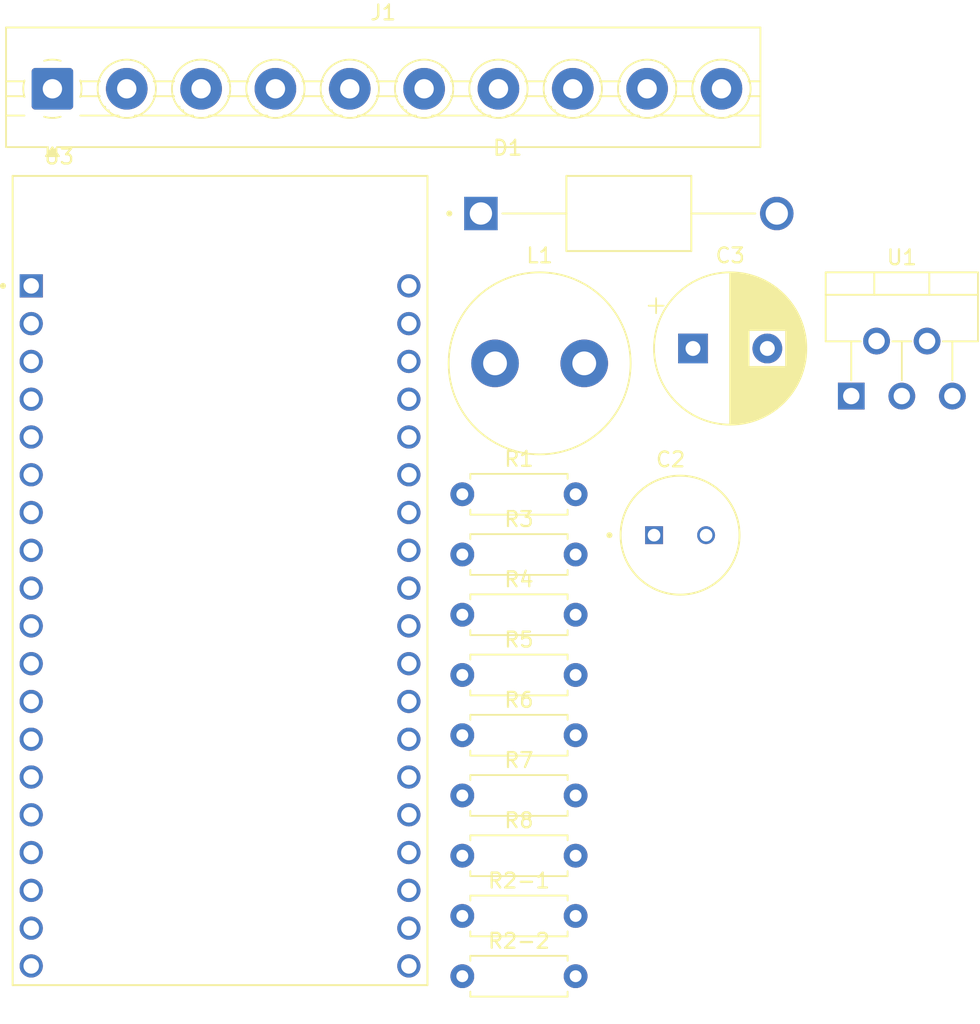
<source format=kicad_pcb>
(kicad_pcb (version 20240108) (generator "pcbnew") (generator_version "8.0")
  (layers (0 "F.Cu" signal) (31 "B.Cu" signal) (34 "B.Paste" user) (35 "F.Paste" user) (36 "B.SilkS" user "B.Silkscreen") (37 "F.SilkS" user "F.Silkscreen") (38 "B.Mask" user) (39 "F.Mask" user) (44 "Edge.Cuts" user))
  (net 0 "")
  (net 1 "+6V")
  (net 2 "GNDREF")
  (net 3 "Net-(D1-K)")
  (net 4 "Net-(J1-Pin_10)")
  (net 5 "Net-(J1-Pin_9)")
  (net 6 "Net-(J1-Pin_8)")
  (net 7 "Net-(U3-IO33)")
  (net 8 "Net-(U1-~{ON}{slash}OFF)")
  (net 9 "Net-(U1-FB)")
  (net 10 "Net-(R2-1-Pad2)")
  (net 11 "Net-(U3-IO35)")
  (net 12 "Net-(U3-IO34)")
  (net 21 "Net-(U3-IO25)")
  (net 28 "Net-(U3-IO32)")
  (net 44 "Net-(J1-Pin_3)")
  (footprint "Resistor_THT:R_Axial_DIN0207_L6.3mm_D2.5mm_P7.62mm_Horizontal" (layer "F.Cu") (at 67.88 62.65)
    (property "Reference" "R3" (at 3.81 -2.37 0) (layer "F.SilkS"))
    (property "Value" "160k")
    (fp_line (start 0.54 -1.37) (end 7.08 -1.37) (stroke (width 0.12)) (layer "F.SilkS"))
    (fp_line (start 0.54 -1.04) (end 0.54 -1.37) (stroke (width 0.12)) (layer "F.SilkS"))
    (fp_line (start 0.54 1.04) (end 0.54 1.37) (stroke (width 0.12)) (layer "F.SilkS"))
    (fp_line (start 0.54 1.37) (end 7.08 1.37) (stroke (width 0.12)) (layer "F.SilkS"))
    (fp_line (start 7.08 -1.37) (end 7.08 -1.04) (stroke (width 0.12)) (layer "F.SilkS"))
    (fp_line (start 7.08 1.37) (end 7.08 1.04) (stroke (width 0.12)) (layer "F.SilkS"))
    (pad "1" thru_hole circle (at 0 0) (size 1.6 1.6) (drill 0.8) (layers "*.Cu" "*.Mask") (net 1 "+6V"))
    (pad "2" thru_hole oval (at 7.62 0) (size 1.6 1.6) (drill 0.8) (layers "*.Cu" "*.Mask") (net 11 "Net-(U3-IO35)"))
  )
  (footprint "SchottkyDIodeFor491:DIOAD1990W125L840D530" (layer "F.Cu") (at 79.08 39.725)
    (property "Reference" "D1" (at -8.15 -4.41 0) (layer "F.SilkS"))
    (property "Value" "D_Schottky")
    (fp_line (start -4.2 -2.525) (end -4.2 0) (stroke (width 0.127)) (layer "F.SilkS"))
    (fp_line (start -4.2 0) (end -8.505 0) (stroke (width 0.127)) (layer "F.SilkS"))
    (fp_line (start -4.2 0) (end -4.2 2.525) (stroke (width 0.127)) (layer "F.SilkS"))
    (fp_line (start -4.2 2.525) (end 4.2 2.525) (stroke (width 0.127)) (layer "F.SilkS"))
    (fp_line (start 4.2 -2.525) (end -4.2 -2.525) (stroke (width 0.127)) (layer "F.SilkS"))
    (fp_line (start 4.2 0) (end 4.2 -2.525) (stroke (width 0.127)) (layer "F.SilkS"))
    (fp_line (start 4.2 0) (end 8.505 0) (stroke (width 0.127)) (layer "F.SilkS"))
    (fp_line (start 4.2 2.525) (end 4.2 0) (stroke (width 0.127)) (layer "F.SilkS"))
    (fp_circle (center -12.075 0) (end -11.975 0) (stroke (width 0.2)) (fill none) (layer "F.SilkS"))
    (pad "1" thru_hole rect (at -9.95 0) (size 2.25 2.25) (drill 1.5) (layers "*.Cu" "*.Mask") (net 3 "Net-(D1-K)"))
    (pad "2" thru_hole circle (at 9.95 0) (size 2.25 2.25) (drill 1.5) (layers "*.Cu" "*.Mask") (net 2 "GNDREF"))
  )
  (footprint "Resistor_THT:R_Axial_DIN0207_L6.3mm_D2.5mm_P7.62mm_Horizontal" (layer "F.Cu") (at 67.88 58.6)
    (property "Reference" "R1" (at 3.81 -2.37 0) (layer "F.SilkS"))
    (property "Value" "82k")
    (fp_line (start 0.54 -1.37) (end 7.08 -1.37) (stroke (width 0.12)) (layer "F.SilkS"))
    (fp_line (start 0.54 -1.04) (end 0.54 -1.37) (stroke (width 0.12)) (layer "F.SilkS"))
    (fp_line (start 0.54 1.04) (end 0.54 1.37) (stroke (width 0.12)) (layer "F.SilkS"))
    (fp_line (start 0.54 1.37) (end 7.08 1.37) (stroke (width 0.12)) (layer "F.SilkS"))
    (fp_line (start 7.08 -1.37) (end 7.08 -1.04) (stroke (width 0.12)) (layer "F.SilkS"))
    (fp_line (start 7.08 1.37) (end 7.08 1.04) (stroke (width 0.12)) (layer "F.SilkS"))
    (pad "1" thru_hole circle (at 0 0) (size 1.6 1.6) (drill 0.8) (layers "*.Cu" "*.Mask") (net 2 "GNDREF"))
    (pad "2" thru_hole oval (at 7.62 0) (size 1.6 1.6) (drill 0.8) (layers "*.Cu" "*.Mask") (net 9 "Net-(U1-FB)"))
  )
  (footprint "Resistor_THT:R_Axial_DIN0207_L6.3mm_D2.5mm_P7.62mm_Horizontal" (layer "F.Cu") (at 67.88 78.85)
    (property "Reference" "R7" (at 3.81 -2.37 0) (layer "F.SilkS"))
    (property "Value" "330")
    (fp_line (start 0.54 -1.37) (end 7.08 -1.37) (stroke (width 0.12)) (layer "F.SilkS"))
    (fp_line (start 0.54 -1.04) (end 0.54 -1.37) (stroke (width 0.12)) (layer "F.SilkS"))
    (fp_line (start 0.54 1.04) (end 0.54 1.37) (stroke (width 0.12)) (layer "F.SilkS"))
    (fp_line (start 0.54 1.37) (end 7.08 1.37) (stroke (width 0.12)) (layer "F.SilkS"))
    (fp_line (start 7.08 -1.37) (end 7.08 -1.04) (stroke (width 0.12)) (layer "F.SilkS"))
    (fp_line (start 7.08 1.37) (end 7.08 1.04) (stroke (width 0.12)) (layer "F.SilkS"))
    (pad "1" thru_hole circle (at 0 0) (size 1.6 1.6) (drill 0.8) (layers "*.Cu" "*.Mask") (net 4 "Net-(J1-Pin_10)"))
    (pad "2" thru_hole oval (at 7.62 0) (size 1.6 1.6) (drill 0.8) (layers "*.Cu" "*.Mask") (net 28 "Net-(U3-IO32)"))
  )
  (footprint "Resistor_THT:R_Axial_DIN0207_L6.3mm_D2.5mm_P7.62mm_Horizontal" (layer "F.Cu") (at 67.88 82.9)
    (property "Reference" "R8" (at 3.81 -2.37 0) (layer "F.SilkS"))
    (property "Value" "330")
    (fp_line (start 0.54 -1.37) (end 7.08 -1.37) (stroke (width 0.12)) (layer "F.SilkS"))
    (fp_line (start 0.54 -1.04) (end 0.54 -1.37) (stroke (width 0.12)) (layer "F.SilkS"))
    (fp_line (start 0.54 1.04) (end 0.54 1.37) (stroke (width 0.12)) (layer "F.SilkS"))
    (fp_line (start 0.54 1.37) (end 7.08 1.37) (stroke (width 0.12)) (layer "F.SilkS"))
    (fp_line (start 7.08 -1.37) (end 7.08 -1.04) (stroke (width 0.12)) (layer "F.SilkS"))
    (fp_line (start 7.08 1.37) (end 7.08 1.04) (stroke (width 0.12)) (layer "F.SilkS"))
    (pad "1" thru_hole circle (at 0 0) (size 1.6 1.6) (drill 0.8) (layers "*.Cu" "*.Mask") (net 6 "Net-(J1-Pin_8)"))
    (pad "2" thru_hole oval (at 7.62 0) (size 1.6 1.6) (drill 0.8) (layers "*.Cu" "*.Mask") (net 21 "Net-(U3-IO25)"))
  )
  (footprint "Inductor_THT:L_Radial_D12.0mm_P6.00mm_Murata_1900R" (layer "F.Cu") (at 70.08 49.8)
    (property "Reference" "L1" (at 3 -7.25 0) (layer "F.SilkS"))
    (property "Value" "68mh")
    (fp_circle (center 3 0) (end 9.12 0) (stroke (width 0.12)) (fill none) (layer "F.SilkS"))
    (pad "1" thru_hole circle (at 0 0) (size 3.2 3.2) (drill 1.6) (layers "*.Cu" "*.Mask") (net 44 "Net-(J1-Pin_3)"))
    (pad "2" thru_hole circle (at 6 0) (size 3.2 3.2) (drill 1.6) (layers "*.Cu" "*.Mask") (net 3 "Net-(D1-K)"))
  )
  (footprint "Capacitor_THT:CP_Radial_D10.0mm_P5.00mm" (layer "F.Cu") (at 83.394646 48.8)
    (property "Reference" "C3" (at 2.5 -6.25 0) (layer "F.SilkS"))
    (property "Value" "470 uF")
    (fp_line (start -2.979646 -2.875) (end -1.979646 -2.875) (stroke (width 0.12)) (layer "F.SilkS"))
    (fp_line (start -2.479646 -3.375) (end -2.479646 -2.375) (stroke (width 0.12)) (layer "F.SilkS"))
    (fp_line (start 2.5 -5.08) (end 2.5 5.08) (stroke (width 0.12)) (layer "F.SilkS"))
    (fp_line (start 2.54 -5.08) (end 2.54 5.08) (stroke (width 0.12)) (layer "F.SilkS"))
    (fp_line (start 2.58 -5.08) (end 2.58 5.08) (stroke (width 0.12)) (layer "F.SilkS"))
    (fp_line (start 2.62 -5.079) (end 2.62 5.079) (stroke (width 0.12)) (layer "F.SilkS"))
    (fp_line (start 2.66 -5.078) (end 2.66 5.078) (stroke (width 0.12)) (layer "F.SilkS"))
    (fp_line (start 2.7 -5.077) (end 2.7 5.077) (stroke (width 0.12)) (layer "F.SilkS"))
    (fp_line (start 2.74 -5.075) (end 2.74 5.075) (stroke (width 0.12)) (layer "F.SilkS"))
    (fp_line (start 2.78 -5.073) (end 2.78 5.073) (stroke (width 0.12)) (layer "F.SilkS"))
    (fp_line (start 2.82 -5.07) (end 2.82 5.07) (stroke (width 0.12)) (layer "F.SilkS"))
    (fp_line (start 2.86 -5.068) (end 2.86 5.068) (stroke (width 0.12)) (layer "F.SilkS"))
    (fp_line (start 2.9 -5.065) (end 2.9 5.065) (stroke (width 0.12)) (layer "F.SilkS"))
    (fp_line (start 2.94 -5.062) (end 2.94 5.062) (stroke (width 0.12)) (layer "F.SilkS"))
    (fp_line (start 2.98 -5.058) (end 2.98 5.058) (stroke (width 0.12)) (layer "F.SilkS"))
    (fp_line (start 3.02 -5.054) (end 3.02 5.054) (stroke (width 0.12)) (layer "F.SilkS"))
    (fp_line (start 3.06 -5.05) (end 3.06 5.05) (stroke (width 0.12)) (layer "F.SilkS"))
    (fp_line (start 3.1 -5.045) (end 3.1 5.045) (stroke (width 0.12)) (layer "F.SilkS"))
    (fp_line (start 3.14 -5.04) (end 3.14 5.04) (stroke (width 0.12)) (layer "F.SilkS"))
    (fp_line (start 3.18 -5.035) (end 3.18 5.035) (stroke (width 0.12)) (layer "F.SilkS"))
    (fp_line (start 3.221 -5.03) (end 3.221 5.03) (stroke (width 0.12)) (layer "F.SilkS"))
    (fp_line (start 3.261 -5.024) (end 3.261 5.024) (stroke (width 0.12)) (layer "F.SilkS"))
    (fp_line (start 3.301 -5.018) (end 3.301 5.018) (stroke (width 0.12)) (layer "F.SilkS"))
    (fp_line (start 3.341 -5.011) (end 3.341 5.011) (stroke (width 0.12)) (layer "F.SilkS"))
    (fp_line (start 3.381 -5.004) (end 3.381 5.004) (stroke (width 0.12)) (layer "F.SilkS"))
    (fp_line (start 3.421 -4.997) (end 3.421 4.997) (stroke (width 0.12)) (layer "F.SilkS"))
    (fp_line (start 3.461 -4.99) (end 3.461 4.99) (stroke (width 0.12)) (layer "F.SilkS"))
    (fp_line (start 3.501 -4.982) (end 3.501 4.982) (stroke (width 0.12)) (layer "F.SilkS"))
    (fp_line (start 3.541 -4.974) (end 3.541 4.974) (stroke (width 0.12)) (layer "F.SilkS"))
    (fp_line (start 3.581 -4.965) (end 3.581 4.965) (stroke (width 0.12)) (layer "F.SilkS"))
    (fp_line (start 3.621 -4.956) (end 3.621 4.956) (stroke (width 0.12)) (layer "F.SilkS"))
    (fp_line (start 3.661 -4.947) (end 3.661 4.947) (stroke (width 0.12)) (layer "F.SilkS"))
    (fp_line (start 3.701 -4.938) (end 3.701 4.938) (stroke (width 0.12)) (layer "F.SilkS"))
    (fp_line (start 3.741 -4.928) (end 3.741 4.928) (stroke (width 0.12)) (layer "F.SilkS"))
    (fp_line (start 3.781 -4.918) (end 3.781 -1.241) (stroke (width 0.12)) (layer "F.SilkS"))
    (fp_line (start 3.781 1.241) (end 3.781 4.918) (stroke (width 0.12)) (layer "F.SilkS"))
    (fp_line (start 3.821 -4.907) (end 3.821 -1.241) (stroke (width 0.12)) (layer "F.SilkS"))
    (fp_line (start 3.821 1.241) (end 3.821 4.907) (stroke (width 0.12)) (layer "F.SilkS"))
    (fp_line (start 3.861 -4.897) (end 3.861 -1.241) (stroke (width 0.12)) (layer "F.SilkS"))
    (fp_line (start 3.861 1.241) (end 3.861 4.897) (stroke (width 0.12)) (layer "F.SilkS"))
    (fp_line (start 3.901 -4.885) (end 3.901 -1.241) (stroke (width 0.12)) (layer "F.SilkS"))
    (fp_line (start 3.901 1.241) (end 3.901 4.885) (stroke (width 0.12)) (layer "F.SilkS"))
    (fp_line (start 3.941 -4.874) (end 3.941 -1.241) (stroke (width 0.12)) (layer "F.SilkS"))
    (fp_line (start 3.941 1.241) (end 3.941 4.874) (stroke (width 0.12)) (layer "F.SilkS"))
    (fp_line (start 3.981 -4.862) (end 3.981 -1.241) (stroke (width 0.12)) (layer "F.SilkS"))
    (fp_line (start 3.981 1.241) (end 3.981 4.862) (stroke (width 0.12)) (layer "F.SilkS"))
    (fp_line (start 4.021 -4.85) (end 4.021 -1.241) (stroke (width 0.12)) (layer "F.SilkS"))
    (fp_line (start 4.021 1.241) (end 4.021 4.85) (stroke (width 0.12)) (layer "F.SilkS"))
    (fp_line (start 4.061 -4.837) (end 4.061 -1.241) (stroke (width 0.12)) (layer "F.SilkS"))
    (fp_line (start 4.061 1.241) (end 4.061 4.837) (stroke (width 0.12)) (layer "F.SilkS"))
    (fp_line (start 4.101 -4.824) (end 4.101 -1.241) (stroke (width 0.12)) (layer "F.SilkS"))
    (fp_line (start 4.101 1.241) (end 4.101 4.824) (stroke (width 0.12)) (layer "F.SilkS"))
    (fp_line (start 4.141 -4.811) (end 4.141 -1.241) (stroke (width 0.12)) (layer "F.SilkS"))
    (fp_line (start 4.141 1.241) (end 4.141 4.811) (stroke (width 0.12)) (layer "F.SilkS"))
    (fp_line (start 4.181 -4.797) (end 4.181 -1.241) (stroke (width 0.12)) (layer "F.SilkS"))
    (fp_line (start 4.181 1.241) (end 4.181 4.797) (stroke (width 0.12)) (layer "F.SilkS"))
    (fp_line (start 4.221 -4.783) (end 4.221 -1.241) (stroke (width 0.12)) (layer "F.SilkS"))
    (fp_line (start 4.221 1.241) (end 4.221 4.783) (stroke (width 0.12)) (layer "F.SilkS"))
    (fp_line (start 4.261 -4.768) (end 4.261 -1.241) (stroke (width 0.12)) (layer "F.SilkS"))
    (fp_line (start 4.261 1.241) (end 4.261 4.768) (stroke (width 0.12)) (layer "F.SilkS"))
    (fp_line (start 4.301 -4.754) (end 4.301 -1.241) (stroke (width 0.12)) (layer "F.SilkS"))
    (fp_line (start 4.301 1.241) (end 4.301 4.754) (stroke (width 0.12)) (layer "F.SilkS"))
    (fp_line (start 4.341 -4.738) (end 4.341 -1.241) (stroke (width 0.12)) (layer "F.SilkS"))
    (fp_line (start 4.341 1.241) (end 4.341 4.738) (stroke (width 0.12)) (layer "F.SilkS"))
    (fp_line (start 4.381 -4.723) (end 4.381 -1.241) (stroke (width 0.12)) (layer "F.SilkS"))
    (fp_line (start 4.381 1.241) (end 4.381 4.723) (stroke (width 0.12)) (layer "F.SilkS"))
    (fp_line (start 4.421 -4.707) (end 4.421 -1.241) (stroke (width 0.12)) (layer "F.SilkS"))
    (fp_line (start 4.421 1.241) (end 4.421 4.707) (stroke (width 0.12)) (layer "F.SilkS"))
    (fp_line (start 4.461 -4.69) (end 4.461 -1.241) (stroke (width 0.12)) (layer "F.SilkS"))
    (fp_line (start 4.461 1.241) (end 4.461 4.69) (stroke (width 0.12)) (layer "F.SilkS"))
    (fp_line (start 4.501 -4.674) (end 4.501 -1.241) (stroke (width 0.12)) (layer "F.SilkS"))
    (fp_line (start 4.501 1.241) (end 4.501 4.674) (stroke (width 0.12)) (layer "F.SilkS"))
    (fp_line (start 4.541 -4.657) (end 4.541 -1.241) (stroke (width 0.12)) (layer "F.SilkS"))
    (fp_line (start 4.541 1.241) (end 4.541 4.657) (stroke (width 0.12)) (layer "F.SilkS"))
    (fp_line (start 4.581 -4.639) (end 4.581 -1.241) (stroke (width 0.12)) (layer "F.SilkS"))
    (fp_line (start 4.581 1.241) (end 4.581 4.639) (stroke (width 0.12)) (layer "F.SilkS"))
    (fp_line (start 4.621 -4.621) (end 4.621 -1.241) (stroke (width 0.12)) (layer "F.SilkS"))
    (fp_line (start 4.621 1.241) (end 4.621 4.621) (stroke (width 0.12)) (layer "F.SilkS"))
    (fp_line (start 4.661 -4.603) (end 4.661 -1.241) (stroke (width 0.12)) (layer "F.SilkS"))
    (fp_line (start 4.661 1.241) (end 4.661 4.603) (stroke (width 0.12)) (layer "F.SilkS"))
    (fp_line (start 4.701 -4.584) (end 4.701 -1.241) (stroke (width 0.12)) (layer "F.SilkS"))
    (fp_line (start 4.701 1.241) (end 4.701 4.584) (stroke (width 0.12)) (layer "F.SilkS"))
    (fp_line (start 4.741 -4.564) (end 4.741 -1.241) (stroke (width 0.12)) (layer "F.SilkS"))
    (fp_line (start 4.741 1.241) (end 4.741 4.564) (stroke (width 0.12)) (layer "F.SilkS"))
    (fp_line (start 4.781 -4.545) (end 4.781 -1.241) (stroke (width 0.12)) (layer "F.SilkS"))
    (fp_line (start 4.781 1.241) (end 4.781 4.545) (stroke (width 0.12)) (layer "F.SilkS"))
    (fp_line (start 4.821 -4.525) (end 4.821 -1.241) (stroke (width 0.12)) (layer "F.SilkS"))
    (fp_line (start 4.821 1.241) (end 4.821 4.525) (stroke (width 0.12)) (layer "F.SilkS"))
    (fp_line (start 4.861 -4.504) (end 4.861 -1.241) (stroke (width 0.12)) (layer "F.SilkS"))
    (fp_line (start 4.861 1.241) (end 4.861 4.504) (stroke (width 0.12)) (layer "F.SilkS"))
    (fp_line (start 4.901 -4.483) (end 4.901 -1.241) (stroke (width 0.12)) (layer "F.SilkS"))
    (fp_line (start 4.901 1.241) (end 4.901 4.483) (stroke (width 0.12)) (layer "F.SilkS"))
    (fp_line (start 4.941 -4.462) (end 4.941 -1.241) (stroke (width 0.12)) (layer "F.SilkS"))
    (fp_line (start 4.941 1.241) (end 4.941 4.462) (stroke (width 0.12)) (layer "F.SilkS"))
    (fp_line (start 4.981 -4.44) (end 4.981 -1.241) (stroke (width 0.12)) (layer "F.SilkS"))
    (fp_line (start 4.981 1.241) (end 4.981 4.44) (stroke (width 0.12)) (layer "F.SilkS"))
    (fp_line (start 5.021 -4.417) (end 5.021 -1.241) (stroke (width 0.12)) (layer "F.SilkS"))
    (fp_line (start 5.021 1.241) (end 5.021 4.417) (stroke (width 0.12)) (layer "F.SilkS"))
    (fp_line (start 5.061 -4.395) (end 5.061 -1.241) (stroke (width 0.12)) (layer "F.SilkS"))
    (fp_line (start 5.061 1.241) (end 5.061 4.395) (stroke (width 0.12)) (layer "F.SilkS"))
    (fp_line (start 5.101 -4.371) (end 5.101 -1.241) (stroke (width 0.12)) (layer "F.SilkS"))
    (fp_line (start 5.101 1.241) (end 5.101 4.371) (stroke (width 0.12)) (layer "F.SilkS"))
    (fp_line (start 5.141 -4.347) (end 5.141 -1.241) (stroke (width 0.12)) (layer "F.SilkS"))
    (fp_line (start 5.141 1.241) (end 5.141 4.347) (stroke (width 0.12)) (layer "F.SilkS"))
    (fp_line (start 5.181 -4.323) (end 5.181 -1.241) (stroke (width 0.12)) (layer "F.SilkS"))
    (fp_line (start 5.181 1.241) (end 5.181 4.323) (stroke (width 0.12)) (layer "F.SilkS"))
    (fp_line (start 5.221 -4.298) (end 5.221 -1.241) (stroke (width 0.12)) (layer "F.SilkS"))
    (fp_line (start 5.221 1.241) (end 5.221 4.298) (stroke (width 0.12)) (layer "F.SilkS"))
    (fp_line (start 5.261 -4.273) (end 5.261 -1.241) (stroke (width 0.12)) (layer "F.SilkS"))
    (fp_line (start 5.261 1.241) (end 5.261 4.273) (stroke (width 0.12)) (layer "F.SilkS"))
    (fp_line (start 5.301 -4.247) (end 5.301 -1.241) (stroke (width 0.12)) (layer "F.SilkS"))
    (fp_line (start 5.301 1.241) (end 5.301 4.247) (stroke (width 0.12)) (layer "F.SilkS"))
    (fp_line (start 5.341 -4.221) (end 5.341 -1.241) (stroke (width 0.12)) (layer "F.SilkS"))
    (fp_line (start 5.341 1.241) (end 5.341 4.221) (stroke (width 0.12)) (layer "F.SilkS"))
    (fp_line (start 5.381 -4.194) (end 5.381 -1.241) (stroke (width 0.12)) (layer "F.SilkS"))
    (fp_line (start 5.381 1.241) (end 5.381 4.194) (stroke (width 0.12)) (layer "F.SilkS"))
    (fp_line (start 5.421 -4.166) (end 5.421 -1.241) (stroke (width 0.12)) (layer "F.SilkS"))
    (fp_line (start 5.421 1.241) (end 5.421 4.166) (stroke (width 0.12)) (layer "F.SilkS"))
    (fp_line (start 5.461 -4.138) (end 5.461 -1.241) (stroke (width 0.12)) (layer "F.SilkS"))
    (fp_line (start 5.461 1.241) (end 5.461 4.138) (stroke (width 0.12)) (layer "F.SilkS"))
    (fp_line (start 5.501 -4.11) (end 5.501 -1.241) (stroke (width 0.12)) (layer "F.SilkS"))
    (fp_line (start 5.501 1.241) (end 5.501 4.11) (stroke (width 0.12)) (layer "F.SilkS"))
    (fp_line (start 5.541 -4.08) (end 5.541 -1.241) (stroke (width 0.12)) (layer "F.SilkS"))
    (fp_line (start 5.541 1.241) (end 5.541 4.08) (stroke (width 0.12)) (layer "F.SilkS"))
    (fp_line (start 5.581 -4.05) (end 5.581 -1.241) (stroke (width 0.12)) (layer "F.SilkS"))
    (fp_line (start 5.581 1.241) (end 5.581 4.05) (stroke (width 0.12)) (layer "F.SilkS"))
    (fp_line (start 5.621 -4.02) (end 5.621 -1.241) (stroke (width 0.12)) (layer "F.SilkS"))
    (fp_line (start 5.621 1.241) (end 5.621 4.02) (stroke (width 0.12)) (layer "F.SilkS"))
    (fp_line (start 5.661 -3.989) (end 5.661 -1.241) (stroke (width 0.12)) (layer "F.SilkS"))
    (fp_line (start 5.661 1.241) (end 5.661 3.989) (stroke (width 0.12)) (layer "F.SilkS"))
    (fp_line (start 5.701 -3.957) (end 5.701 -1.241) (stroke (width 0.12)) (layer "F.SilkS"))
    (fp_line (start 5.701 1.241) (end 5.701 3.957) (stroke (width 0.12)) (layer "F.SilkS"))
    (fp_line (start 5.741 -3.925) (end 5.741 -1.241) (stroke (width 0.12)) (layer "F.SilkS"))
    (fp_line (start 5.741 1.241) (end 5.741 3.925) (stroke (width 0.12)) (layer "F.SilkS"))
    (fp_line (start 5.781 -3.892) (end 5.781 -1.241) (stroke (width 0.12)) (layer "F.SilkS"))
    (fp_line (start 5.781 1.241) (end 5.781 3.892) (stroke (width 0.12)) (layer "F.SilkS"))
    (fp_line (start 5.821 -3.858) (end 5.821 -1.241) (stroke (width 0.12)) (layer "F.SilkS"))
    (fp_line (start 5.821 1.241) (end 5.821 3.858) (stroke (width 0.12)) (layer "F.SilkS"))
    (fp_line (start 5.861 -3.824) (end 5.861 -1.241) (stroke (width 0.12)) (layer "F.SilkS"))
    (fp_line (start 5.861 1.241) (end 5.861 3.824) (stroke (width 0.12)) (layer "F.SilkS"))
    (fp_line (start 5.901 -3.789) (end 5.901 -1.241) (stroke (width 0.12)) (layer "F.SilkS"))
    (fp_line (start 5.901 1.241) (end 5.901 3.789) (stroke (width 0.12)) (layer "F.SilkS"))
    (fp_line (start 5.941 -3.753) (end 5.941 -1.241) (stroke (width 0.12)) (layer "F.SilkS"))
    (fp_line (start 5.941 1.241) (end 5.941 3.753) (stroke (width 0.12)) (layer "F.SilkS"))
    (fp_line (start 5.981 -3.716) (end 5.981 -1.241) (stroke (width 0.12)) (layer "F.SilkS"))
    (fp_line (start 5.981 1.241) (end 5.981 3.716) (stroke (width 0.12)) (layer "F.SilkS"))
    (fp_line (start 6.021 -3.679) (end 6.021 -1.241) (stroke (width 0.12)) (layer "F.SilkS"))
    (fp_line (start 6.021 1.241) (end 6.021 3.679) (stroke (width 0.12)) (layer "F.SilkS"))
    (fp_line (start 6.061 -3.64) (end 6.061 -1.241) (stroke (width 0.12)) (layer "F.SilkS"))
    (fp_line (start 6.061 1.241) (end 6.061 3.64) (stroke (width 0.12)) (layer "F.SilkS"))
    (fp_line (start 6.101 -3.601) (end 6.101 -1.241) (stroke (width 0.12)) (layer "F.SilkS"))
    (fp_line (start 6.101 1.241) (end 6.101 3.601) (stroke (width 0.12)) (layer "F.SilkS"))
    (fp_line (start 6.141 -3.561) (end 6.141 -1.241) (stroke (width 0.12)) (layer "F.SilkS"))
    (fp_line (start 6.141 1.241) (end 6.141 3.561) (stroke (width 0.12)) (layer "F.SilkS"))
    (fp_line (start 6.181 -3.52) (end 6.181 -1.241) (stroke (width 0.12)) (layer "F.SilkS"))
    (fp_line (start 6.181 1.241) (end 6.181 3.52) (stroke (width 0.12)) (layer "F.SilkS"))
    (fp_line (start 6.221 -3.478) (end 6.221 -1.241) (stroke (width 0.12)) (layer "F.SilkS"))
    (fp_line (start 6.221 1.241) (end 6.221 3.478) (stroke (width 0.12)) (layer "F.SilkS"))
    (fp_line (start 6.261 -3.436) (end 6.261 3.436) (stroke (width 0.12)) (layer "F.SilkS"))
    (fp_line (start 6.301 -3.392) (end 6.301 3.392) (stroke (width 0.12)) (layer "F.SilkS"))
    (fp_line (start 6.341 -3.347) (end 6.341 3.347) (stroke (width 0.12)) (layer "F.SilkS"))
    (fp_line (start 6.381 -3.301) (end 6.381 3.301) (stroke (width 0.12)) (layer "F.SilkS"))
    (fp_line (start 6.421 -3.254) (end 6.421 3.254) (stroke (width 0.12)) (layer "F.SilkS"))
    (fp_line (start 6.461 -3.206) (end 6.461 3.206) (stroke (width 0.12)) (layer "F.SilkS"))
    (fp_line (start 6.501 -3.156) (end 6.501 3.156) (stroke (width 0.12)) (layer "F.SilkS"))
    (fp_line (start 6.541 -3.106) (end 6.541 3.106) (stroke (width 0.12)) (layer "F.SilkS"))
    (fp_line (start 6.581 -3.054) (end 6.581 3.054) (stroke (width 0.12)) (layer "F.SilkS"))
    (fp_line (start 6.621 -3) (end 6.621 3) (stroke (width 0.12)) (layer "F.SilkS"))
    (fp_line (start 6.661 -2.945) (end 6.661 2.945) (stroke (width 0.12)) (layer "F.SilkS"))
    (fp_line (start 6.701 -2.889) (end 6.701 2.889) (stroke (width 0.12)) (layer "F.SilkS"))
    (fp_line (start 6.741 -2.83) (end 6.741 2.83) (stroke (width 0.12)) (layer "F.SilkS"))
    (fp_line (start 6.781 -2.77) (end 6.781 2.77) (stroke (width 0.12)) (layer "F.SilkS"))
    (fp_line (start 6.821 -2.709) (end 6.821 2.709) (stroke (width 0.12)) (layer "F.SilkS"))
    (fp_line (start 6.861 -2.645) (end 6.861 2.645) (stroke (width 0.12)) (layer "F.SilkS"))
    (fp_line (start 6.901 -2.579) (end 6.901 2.579) (stroke (width 0.12)) (layer "F.SilkS"))
    (fp_line (start 6.941 -2.51) (end 6.941 2.51) (stroke (width 0.12)) (layer "F.SilkS"))
    (fp_line (start 6.981 -2.439) (end 6.981 2.439) (stroke (width 0.12)) (layer "F.SilkS"))
    (fp_line (start 7.021 -2.365) (end 7.021 2.365) (stroke (width 0.12)) (layer "F.SilkS"))
    (fp_line (start 7.061 -2.289) (end 7.061 2.289) (stroke (width 0.12)) (layer "F.SilkS"))
    (fp_line (start 7.101 -2.209) (end 7.101 2.209) (stroke (width 0.12)) (layer "F.SilkS"))
    (fp_line (start 7.141 -2.125) (end 7.141 2.125) (stroke (width 0.12)) (layer "F.SilkS"))
    (fp_line (start 7.181 -2.037) (end 7.181 2.037) (stroke (width 0.12)) (layer "F.SilkS"))
    (fp_line (start 7.221 -1.944) (end 7.221 1.944) (stroke (width 0.12)) (layer "F.SilkS"))
    (fp_line (start 7.261 -1.846) (end 7.261 1.846) (stroke (width 0.12)) (layer "F.SilkS"))
    (fp_line (start 7.301 -1.742) (end 7.301 1.742) (stroke (width 0.12)) (layer "F.SilkS"))
    (fp_line (start 7.341 -1.63) (end 7.341 1.63) (stroke (width 0.12)) (layer "F.SilkS"))
    (fp_line (start 7.381 -1.51) (end 7.381 1.51) (stroke (width 0.12)) (layer "F.SilkS"))
    (fp_line (start 7.421 -1.378) (end 7.421 1.378) (stroke (width 0.12)) (layer "F.SilkS"))
    (fp_line (start 7.461 -1.23) (end 7.461 1.23) (stroke (width 0.12)) (layer "F.SilkS"))
    (fp_line (start 7.501 -1.062) (end 7.501 1.062) (stroke (width 0.12)) (layer "F.SilkS"))
    (fp_line (start 7.541 -0.862) (end 7.541 0.862) (stroke (width 0.12)) (layer "F.SilkS"))
    (fp_line (start 7.581 -0.599) (end 7.581 0.599) (stroke (width 0.12)) (layer "F.SilkS"))
    (fp_circle (center 2.5 0) (end 7.62 0) (stroke (width 0.12)) (fill none) (layer "F.SilkS"))
    (pad "1" thru_hole rect (at 0 0) (size 2 2) (drill 1) (layers "*.Cu" "*.Mask") (net 1 "+6V"))
    (pad "2" thru_hole circle (at 5 0) (size 2 2) (drill 1) (layers "*.Cu" "*.Mask") (net 2 "GNDREF"))
  )
  (footprint "TerminalBlock:TerminalBlock_MaiXu_MX126-5.0-10P_1x10_P5.00mm" (layer "F.Cu") (at 40.31 31.34)
    (property "Reference" "J1" (at 22.25 -5.12 0) (layer "F.SilkS"))
    (property "Value" "Screw_Terminal_01x10")
    (fp_line (start -3.12 -4.12) (end -3.12 3.92) (stroke (width 0.12)) (layer "F.SilkS"))
    (fp_line (start -3.12 -4.12) (end 47.62 -4.12) (stroke (width 0.12)) (layer "F.SilkS"))
    (fp_line (start -3.12 -0.5) (end -1.88 -0.5) (stroke (width 0.12)) (layer "F.SilkS"))
    (fp_line (start -3.12 0.5) (end -1.88 0.5) (stroke (width 0.12)) (layer "F.SilkS"))
    (fp_line (start -3.12 1.8) (end -1.88 1.8) (stroke (width 0.12)) (layer "F.SilkS"))
    (fp_line (start -3.12 3.92) (end -0.3 3.92) (stroke (width 0.12)) (layer "F.SilkS"))
    (fp_line (start 0.3 3.92) (end 47.62 3.92) (stroke (width 0.12)) (layer "F.SilkS"))
    (fp_line (start 1.88 -0.5) (end 3.188 -0.5) (stroke (width 0.12)) (layer "F.SilkS"))
    (fp_line (start 1.88 0.5) (end 3.188 0.5) (stroke (width 0.12)) (layer "F.SilkS"))
    (fp_line (start 1.88 1.8) (end 4.457 1.8) (stroke (width 0.12)) (layer "F.SilkS"))
    (fp_line (start 3.556 1.204) (end 3.513 1.247) (stroke (width 0.12)) (layer "F.SilkS"))
    (fp_line (start 3.795 1.443) (end 3.752 1.486) (stroke (width 0.12)) (layer "F.SilkS"))
    (fp_line (start 5.543 1.8) (end 9.457 1.8) (stroke (width 0.12)) (layer "F.SilkS"))
    (fp_line (start 6.247 -1.486) (end 6.204 -1.443) (stroke (width 0.12)) (layer "F.SilkS"))
    (fp_line (start 6.487 -1.247) (end 6.444 -1.204) (stroke (width 0.12)) (layer "F.SilkS"))
    (fp_line (start 6.812 -0.5) (end 8.188 -0.5) (stroke (width 0.12)) (layer "F.SilkS"))
    (fp_line (start 6.812 0.5) (end 8.188 0.5) (stroke (width 0.12)) (layer "F.SilkS"))
    (fp_line (start 8.556 1.204) (end 8.513 1.247) (stroke (width 0.12)) (layer "F.SilkS"))
    (fp_line (start 8.795 1.443) (end 8.752 1.486) (stroke (width 0.12)) (layer "F.SilkS"))
    (fp_line (start 10.543 1.8) (end 14.457 1.8) (stroke (width 0.12)) (layer "F.SilkS"))
    (fp_line (start 11.247 -1.486) (end 11.204 -1.443) (stroke (width 0.12)) (layer "F.SilkS"))
    (fp_line (start 11.487 -1.247) (end 11.444 -1.204) (stroke (width 0.12)) (layer "F.SilkS"))
    (fp_line (start 11.812 -0.5) (end 13.188 -0.5) (stroke (width 0.12)) (layer "F.SilkS"))
    (fp_line (start 11.812 0.5) (end 13.188 0.5) (stroke (width 0.12)) (layer "F.SilkS"))
    (fp_line (start 13.556 1.204) (end 13.513 1.247) (stroke (width 0.12)) (layer "F.SilkS"))
    (fp_line (start 13.795 1.443) (end 13.752 1.486) (stroke (width 0.12)) (layer "F.SilkS"))
    (fp_line (start 15.543 1.8) (end 19.457 1.8) (stroke (width 0.12)) (layer "F.SilkS"))
    (fp_line (start 16.247 -1.486) (end 16.204 -1.443) (stroke (width 0.12)) (layer "F.SilkS"))
    (fp_line (start 16.487 -1.247) (end 16.444 -1.204) (stroke (width 0.12)) (layer "F.SilkS"))
    (fp_line (start 16.812 -0.5) (end 18.188 -0.5) (stroke (width 0.12)) (layer "F.SilkS"))
    (fp_line (start 16.812 0.5) (end 18.188 0.5) (stroke (width 0.12)) (layer "F.SilkS"))
    (fp_line (start 18.556 1.204) (end 18.513 1.247) (stroke (width 0.12)) (layer "F.SilkS"))
    (fp_line (start 18.795 1.443) (end 18.752 1.486) (stroke (width 0.12)) (layer "F.SilkS"))
    (fp_line (start 20.543 1.8) (end 24.457 1.8) (stroke (width 0.12)) (layer "F.SilkS"))
    (fp_line (start 21.247 -1.486) (end 21.204 -1.443) (stroke (width 0.12)) (layer "F.SilkS"))
    (fp_line (start 21.487 -1.247) (end 21.444 -1.204) (stroke (width 0.12)) (layer "F.SilkS"))
    (fp_line (start 21.812 -0.5) (end 23.188 -0.5) (stroke (width 0.12)) (layer "F.SilkS"))
    (fp_line (start 21.812 0.5) (end 23.188 0.5) (stroke (width 0.12)) (layer "F.SilkS"))
    (fp_line (start 23.556 1.204) (end 23.513 1.247) (stroke (width 0.12)) (layer "F.SilkS"))
    (fp_line (start 23.795 1.443) (end 23.752 1.486) (stroke (width 0.12)) (layer "F.SilkS"))
    (fp_line (start 25.543 1.8) (end 29.457 1.8) (stroke (width 0.12)) (layer "F.SilkS"))
    (fp_line (start 26.247 -1.486) (end 26.204 -1.443) (stroke (width 0.12)) (layer "F.SilkS"))
    (fp_line (start 26.487 -1.247) (end 26.444 -1.204) (stroke (width 0.12)) (layer "F.SilkS"))
    (fp_line (start 26.812 -0.5) (end 28.188 -0.5) (stroke (width 0.12)) (layer "F.SilkS"))
    (fp_line (start 26.812 0.5) (end 28.188 0.5) (stroke (width 0.12)) (layer "F.SilkS"))
    (fp_line (start 28.556 1.204) (end 28.513 1.247) (stroke (width 0.12)) (layer "F.SilkS"))
    (fp_line (start 28.795 1.443) (end 28.752 1.486) (stroke (width 0.12)) (layer "F.SilkS"))
    (fp_line (start 30.543 1.8) (end 34.457 1.8) (stroke (width 0.12)) (layer "F.SilkS"))
    (fp_line (start 31.247 -1.486) (end 31.204 -1.443) (stroke (width 0.12)) (layer "F.SilkS"))
    (fp_line (start 31.487 -1.247) (end 31.444 -1.204) (stroke (width 0.12)) (layer "F.SilkS"))
    (fp_line (start 31.812 -0.5) (end 33.188 -0.5) (stroke (width 0.12)) (layer "F.SilkS"))
    (fp_line (start 31.812 0.5) (end 33.188 0.5) (stroke (width 0.12)) (layer "F.SilkS"))
    (fp_line (start 33.556 1.204) (end 33.513 1.247) (stroke (width 0.12)) (layer "F.SilkS"))
    (fp_line (start 33.795 1.443) (end 33.752 1.486) (stroke (width 0.12)) (layer "F.SilkS"))
    (fp_line (start 35.543 1.8) (end 39.457 1.8) (stroke (width 0.12)) (layer "F.SilkS"))
    (fp_line (start 36.247 -1.486) (end 36.204 -1.443) (stroke (width 0.12)) (layer "F.SilkS"))
    (fp_line (start 36.487 -1.247) (end 36.444 -1.204) (stroke (width 0.12)) (layer "F.SilkS"))
    (fp_line (start 36.812 -0.5) (end 38.188 -0.5) (stroke (width 0.12)) (layer "F.SilkS"))
    (fp_line (start 36.812 0.5) (end 38.188 0.5) (stroke (width 0.12)) (layer "F.SilkS"))
    (fp_line (start 38.556 1.204) (end 38.513 1.247) (stroke (width 0.12)) (layer "F.SilkS"))
    (fp_line (start 38.795 1.443) (end 38.752 1.486) (stroke (width 0.12)) (layer "F.SilkS"))
    (fp_line (start 40.543 1.8) (end 44.457 1.8) (stroke (width 0.12)) (layer "F.SilkS"))
    (fp_line (start 41.247 -1.486) (end 41.204 -1.443) (stroke (width 0.12)) (layer "F.SilkS"))
    (fp_line (start 41.487 -1.247) (end 41.444 -1.204) (stroke (width 0.12)) (layer "F.SilkS"))
    (fp_line (start 41.812 -0.5) (end 43.188 -0.5) (stroke (width 0.12)) (layer "F.SilkS"))
    (fp_line (start 41.812 0.5) (end 43.188 0.5) (stroke (width 0.12)) (layer "F.SilkS"))
    (fp_line (start 43.556 1.204) (end 43.513 1.247) (stroke (width 0.12)) (layer "F.SilkS"))
    (fp_line (start 43.795 1.443) (end 43.752 1.486) (stroke (width 0.12)) (layer "F.SilkS"))
    (fp_line (start 45.543 1.8) (end 47.62 1.8) (stroke (width 0.12)) (layer "F.SilkS"))
    (fp_line (start 46.247 -1.486) (end 46.204 -1.443) (stroke (width 0.12)) (layer "F.SilkS"))
    (fp_line (start 46.487 -1.247) (end 46.444 -1.204) (stroke (width 0.12)) (layer "F.SilkS"))
    (fp_line (start 46.812 -0.5) (end 47.62 -0.5) (stroke (width 0.12)) (layer "F.SilkS"))
    (fp_line (start 46.812 0.5) (end 47.62 0.5) (stroke (width 0.12)) (layer "F.SilkS"))
    (fp_line (start 47.62 -4.12) (end 47.62 3.92) (stroke (width 0.12)) (layer "F.SilkS"))
    (fp_arc (start -1.88 0.554) (mid -1.959928 -0.000246) (end -1.879861 -0.554472) (stroke (width 0.12)) (layer "F.SilkS"))
    (fp_arc (start -0.554 -1.88) (mid 0.000246 -1.959928) (end 0.554472 -1.879861) (stroke (width 0.12)) (layer "F.SilkS"))
    (fp_arc (start 0.554 1.88) (mid -0.000246 1.959928) (end -0.554472 1.879861) (stroke (width 0.12)) (layer "F.SilkS"))
    (fp_arc (start 1.88 -0.554) (mid 1.959928 0.000246) (end 1.879861 0.554472) (stroke (width 0.12)) (layer "F.SilkS"))
    (fp_circle (center 5 0) (end 6.96 0) (stroke (width 0.12)) (fill none) (layer "F.SilkS"))
    (fp_circle (center 10 0) (end 11.96 0) (stroke (width 0.12)) (fill none) (layer "F.SilkS"))
    (fp_circle (center 15 0) (end 16.96 0) (stroke (width 0.12)) (fill none) (layer "F.SilkS"))
    (fp_circle (center 20 0) (end 21.96 0) (stroke (width 0.12)) (fill none) (layer "F.SilkS"))
    (fp_circle (center 25 0) (end 26.96 0) (stroke (width 0.12)) (fill none) (layer "F.SilkS"))
    (fp_circle (center 30 0) (end 31.96 0) (stroke (width 0.12)) (fill none) (layer "F.SilkS"))
    (fp_circle (center 35 0) (end 36.96 0) (stroke (width 0.12)) (fill none) (layer "F.SilkS"))
    (fp_circle (center 40 0) (end 41.96 0) (stroke (width 0.12)) (fill none) (layer "F.SilkS"))
    (fp_circle (center 45 0) (end 46.96 0) (stroke (width 0.12)) (fill none) (layer "F.SilkS"))
    (fp_poly (pts (xy 0 3.92) (xy 0.44 4.53) (xy -0.44 4.53) (xy 0 3.92)) (stroke (width 0.12)) (fill solid) (layer "F.SilkS"))
    (pad "1" thru_hole roundrect (at 0 0) (size 2.8 2.8) (drill 1.3) (layers "*.Cu" "*.Mask") (roundrect_rratio 0.089286) (net 2 "GNDREF"))
    (pad "2" thru_hole circle (at 5 0) (size 2.8 2.8) (drill 1.3) (layers "*.Cu" "*.Mask") (net 1 "+6V"))
    (pad "3" thru_hole circle (at 10 0) (size 2.8 2.8) (drill 1.3) (layers "*.Cu" "*.Mask") (net 44 "Net-(J1-Pin_3)"))
    (pad "4" thru_hole circle (at 15 0) (size 2.8 2.8) (drill 1.3) (layers "*.Cu" "*.Mask") (net 44 "Net-(J1-Pin_3)"))
    (pad "5" thru_hole circle (at 20 0) (size 2.8 2.8) (drill 1.3) (layers "*.Cu" "*.Mask") (net 2 "GNDREF"))
    (pad "6" thru_hole circle (at 25 0) (size 2.8 2.8) (drill 1.3) (layers "*.Cu" "*.Mask") (net 2 "GNDREF"))
    (pad "7" thru_hole circle (at 30 0) (size 2.8 2.8) (drill 1.3) (layers "*.Cu" "*.Mask") (net 2 "GNDREF"))
    (pad "8" thru_hole circle (at 35 0) (size 2.8 2.8) (drill 1.3) (layers "*.Cu" "*.Mask") (net 6 "Net-(J1-Pin_8)"))
    (pad "9" thru_hole circle (at 40 0) (size 2.8 2.8) (drill 1.3) (layers "*.Cu" "*.Mask") (net 5 "Net-(J1-Pin_9)"))
    (pad "10" thru_hole circle (at 45 0) (size 2.8 2.8) (drill 1.3) (layers "*.Cu" "*.Mask") (net 4 "Net-(J1-Pin_10)"))
  )
  (footprint "Package_TO_SOT_THT:TO-220-5_P3.4x3.7mm_StaggerOdd_Lead3.8mm_Vertical" (layer "F.Cu") (at 94.04 52)
    (property "Reference" "U1" (at 3.4 -9.32 0) (layer "F.SilkS"))
    (property "Value" "LM2596T-3.3")
    (fp_line (start -1.721 -8.32) (end -1.721 -3.679) (stroke (width 0.12)) (layer "F.SilkS"))
    (fp_line (start -1.721 -8.32) (end 8.52 -8.32) (stroke (width 0.12)) (layer "F.SilkS"))
    (fp_line (start -1.721 -6.811) (end 8.52 -6.811) (stroke (width 0.12)) (layer "F.SilkS"))
    (fp_line (start -1.721 -3.679) (end 0.635 -3.679) (stroke (width 0.12)) (layer "F.SilkS"))
    (fp_line (start 0 -3.679) (end 0 -1.049) (stroke (width 0.12)) (layer "F.SilkS"))
    (fp_line (start 1.55 -8.32) (end 1.55 -6.811) (stroke (width 0.12)) (layer "F.SilkS"))
    (fp_line (start 2.765 -3.679) (end 4.035 -3.679) (stroke (width 0.12)) (layer "F.SilkS"))
    (fp_line (start 3.4 -3.679) (end 3.4 -1.065) (stroke (width 0.12)) (layer "F.SilkS"))
    (fp_line (start 5.25 -8.32) (end 5.25 -6.811) (stroke (width 0.12)) (layer "F.SilkS"))
    (fp_line (start 6.165 -3.679) (end 8.52 -3.679) (stroke (width 0.12)) (layer "F.SilkS"))
    (fp_line (start 6.8 -3.679) (end 6.8 -1.065) (stroke (width 0.12)) (layer "F.SilkS"))
    (fp_line (start 8.52 -8.32) (end 8.52 -3.679) (stroke (width 0.12)) (layer "F.SilkS"))
    (pad "1" thru_hole rect (at 0 0) (size 1.8 1.8) (drill 1.1) (layers "*.Cu" "*.Mask") (net 1 "+6V"))
    (pad "2" thru_hole oval (at 1.7 -3.7) (size 1.8 1.8) (drill 1.1) (layers "*.Cu" "*.Mask") (net 3 "Net-(D1-K)"))
    (pad "3" thru_hole oval (at 3.4 0) (size 1.8 1.8) (drill 1.1) (layers "*.Cu" "*.Mask") (net 2 "GNDREF"))
    (pad "4" thru_hole oval (at 5.1 -3.7) (size 1.8 1.8) (drill 1.1) (layers "*.Cu" "*.Mask") (net 9 "Net-(U1-FB)"))
    (pad "5" thru_hole oval (at 6.8 0) (size 1.8 1.8) (drill 1.1) (layers "*.Cu" "*.Mask") (net 8 "Net-(U1-~{ON}{slash}OFF)"))
  )
  (footprint "Resistor_THT:R_Axial_DIN0207_L6.3mm_D2.5mm_P7.62mm_Horizontal" (layer "F.Cu") (at 67.88 86.95)
    (property "Reference" "R2-1" (at 3.81 -2.37 0) (layer "F.SilkS"))
    (property "Value" "18k")
    (fp_line (start 0.54 -1.37) (end 7.08 -1.37) (stroke (width 0.12)) (layer "F.SilkS"))
    (fp_line (start 0.54 -1.04) (end 0.54 -1.37) (stroke (width 0.12)) (layer "F.SilkS"))
    (fp_line (start 0.54 1.04) (end 0.54 1.37) (stroke (width 0.12)) (layer "F.SilkS"))
    (fp_line (start 0.54 1.37) (end 7.08 1.37) (stroke (width 0.12)) (layer "F.SilkS"))
    (fp_line (start 7.08 -1.37) (end 7.08 -1.04) (stroke (width 0.12)) (layer "F.SilkS"))
    (fp_line (start 7.08 1.37) (end 7.08 1.04) (stroke (width 0.12)) (layer "F.SilkS"))
    (pad "1" thru_hole circle (at 0 0) (size 1.6 1.6) (drill 0.8) (layers "*.Cu" "*.Mask") (net 9 "Net-(U1-FB)"))
    (pad "2" thru_hole oval (at 7.62 0) (size 1.6 1.6) (drill 0.8) (layers "*.Cu" "*.Mask") (net 10 "Net-(R2-1-Pad2)"))
  )
  (footprint "Resistor_THT:R_Axial_DIN0207_L6.3mm_D2.5mm_P7.62mm_Horizontal" (layer "F.Cu") (at 67.88 70.75)
    (property "Reference" "R5" (at 3.81 -2.37 0) (layer "F.SilkS"))
    (property "Value" "330")
    (fp_line (start 0.54 -1.37) (end 7.08 -1.37) (stroke (width 0.12)) (layer "F.SilkS"))
    (fp_line (start 0.54 -1.04) (end 0.54 -1.37) (stroke (width 0.12)) (layer "F.SilkS"))
    (fp_line (start 0.54 1.04) (end 0.54 1.37) (stroke (width 0.12)) (layer "F.SilkS"))
    (fp_line (start 0.54 1.37) (end 7.08 1.37) (stroke (width 0.12)) (layer "F.SilkS"))
    (fp_line (start 7.08 -1.37) (end 7.08 -1.04) (stroke (width 0.12)) (layer "F.SilkS"))
    (fp_line (start 7.08 1.37) (end 7.08 1.04) (stroke (width 0.12)) (layer "F.SilkS"))
    (pad "1" thru_hole circle (at 0 0) (size 1.6 1.6) (drill 0.8) (layers "*.Cu" "*.Mask") (net 8 "Net-(U1-~{ON}{slash}OFF)"))
    (pad "2" thru_hole oval (at 7.62 0) (size 1.6 1.6) (drill 0.8) (layers "*.Cu" "*.Mask") (net 12 "Net-(U3-IO34)"))
  )
  (footprint "Resistor_THT:R_Axial_DIN0207_L6.3mm_D2.5mm_P7.62mm_Horizontal" (layer "F.Cu") (at 67.88 74.8)
    (property "Reference" "R6" (at 3.81 -2.37 0) (layer "F.SilkS"))
    (property "Value" "330")
    (fp_line (start 0.54 -1.37) (end 7.08 -1.37) (stroke (width 0.12)) (layer "F.SilkS"))
    (fp_line (start 0.54 -1.04) (end 0.54 -1.37) (stroke (width 0.12)) (layer "F.SilkS"))
    (fp_line (start 0.54 1.04) (end 0.54 1.37) (stroke (width 0.12)) (layer "F.SilkS"))
    (fp_line (start 0.54 1.37) (end 7.08 1.37) (stroke (width 0.12)) (layer "F.SilkS"))
    (fp_line (start 7.08 -1.37) (end 7.08 -1.04) (stroke (width 0.12)) (layer "F.SilkS"))
    (fp_line (start 7.08 1.37) (end 7.08 1.04) (stroke (width 0.12)) (layer "F.SilkS"))
    (pad "1" thru_hole circle (at 0 0) (size 1.6 1.6) (drill 0.8) (layers "*.Cu" "*.Mask") (net 5 "Net-(J1-Pin_9)"))
    (pad "2" thru_hole oval (at 7.62 0) (size 1.6 1.6) (drill 0.8) (layers "*.Cu" "*.Mask") (net 7 "Net-(U3-IO33)"))
  )
  (footprint "Resistor_THT:R_Axial_DIN0207_L6.3mm_D2.5mm_P7.62mm_Horizontal" (layer "F.Cu") (at 67.88 66.7)
    (property "Reference" "R4" (at 3.81 -2.37 0) (layer "F.SilkS"))
    (property "Value" "82K")
    (fp_line (start 0.54 -1.37) (end 7.08 -1.37) (stroke (width 0.12)) (layer "F.SilkS"))
    (fp_line (start 0.54 -1.04) (end 0.54 -1.37) (stroke (width 0.12)) (layer "F.SilkS"))
    (fp_line (start 0.54 1.04) (end 0.54 1.37) (stroke (width 0.12)) (layer "F.SilkS"))
    (fp_line (start 0.54 1.37) (end 7.08 1.37) (stroke (width 0.12)) (layer "F.SilkS"))
    (fp_line (start 7.08 -1.37) (end 7.08 -1.04) (stroke (width 0.12)) (layer "F.SilkS"))
    (fp_line (start 7.08 1.37) (end 7.08 1.04) (stroke (width 0.12)) (layer "F.SilkS"))
    (pad "1" thru_hole circle (at 0 0) (size 1.6 1.6) (drill 0.8) (layers "*.Cu" "*.Mask") (net 11 "Net-(U3-IO35)"))
    (pad "2" thru_hole oval (at 7.62 0) (size 1.6 1.6) (drill 0.8) (layers "*.Cu" "*.Mask") (net 2 "GNDREF"))
  )
  (footprint "Resistor_THT:R_Axial_DIN0207_L6.3mm_D2.5mm_P7.62mm_Horizontal" (layer "F.Cu") (at 67.88 91)
    (property "Reference" "R2-2" (at 3.81 -2.37 0) (layer "F.SilkS"))
    (property "Value" "120k")
    (fp_line (start 0.54 -1.37) (end 7.08 -1.37) (stroke (width 0.12)) (layer "F.SilkS"))
    (fp_line (start 0.54 -1.04) (end 0.54 -1.37) (stroke (width 0.12)) (layer "F.SilkS"))
    (fp_line (start 0.54 1.04) (end 0.54 1.37) (stroke (width 0.12)) (layer "F.SilkS"))
    (fp_line (start 0.54 1.37) (end 7.08 1.37) (stroke (width 0.12)) (layer "F.SilkS"))
    (fp_line (start 7.08 -1.37) (end 7.08 -1.04) (stroke (width 0.12)) (layer "F.SilkS"))
    (fp_line (start 7.08 1.37) (end 7.08 1.04) (stroke (width 0.12)) (layer "F.SilkS"))
    (pad "1" thru_hole circle (at 0 0) (size 1.6 1.6) (drill 0.8) (layers "*.Cu" "*.Mask") (net 10 "Net-(R2-1-Pad2)"))
    (pad "2" thru_hole oval (at 7.62 0) (size 1.6 1.6) (drill 0.8) (layers "*.Cu" "*.Mask") (net 44 "Net-(J1-Pin_3)"))
  )
  (footprint "ESP32:MODULE_ESP32-DEVKITC-32D" (layer "F.Cu") (at 51.585 64.35)
    (property "Reference" "U3" (at -10.829175 -28.446045 0) (layer "F.SilkS") (effects (font (size 1.000386 1.000386))))
    (property "Value" "ESP32-DEVKITC-32D")
    (fp_line (start -13.95 -27.15) (end 13.95 -27.15) (stroke (width 0.127)) (layer "F.SilkS"))
    (fp_line (start -13.95 27.25) (end -13.95 -27.15) (stroke (width 0.127)) (layer "F.SilkS"))
    (fp_line (start 13.95 -27.15) (end 13.95 27.25) (stroke (width 0.127)) (layer "F.SilkS"))
    (fp_line (start 13.95 27.25) (end -13.95 27.25) (stroke (width 0.127)) (layer "F.SilkS"))
    (fp_circle (center -14.6 -19.76) (end -14.5 -19.76) (stroke (width 0.2)) (fill none) (layer "F.SilkS"))
    (pad "J2-1" thru_hole rect (at -12.7 -19.76) (size 1.56 1.56) (drill 1.04) (layers "*.Cu" "*.Mask"))
    (pad "J2-2" thru_hole circle (at -12.7 -17.22) (size 1.56 1.56) (drill 1.04) (layers "*.Cu" "*.Mask"))
    (pad "J2-3" thru_hole circle (at -12.7 -14.68) (size 1.56 1.56) (drill 1.04) (layers "*.Cu" "*.Mask"))
    (pad "J2-4" thru_hole circle (at -12.7 -12.14) (size 1.56 1.56) (drill 1.04) (layers "*.Cu" "*.Mask"))
    (pad "J2-5" thru_hole circle (at -12.7 -9.6) (size 1.56 1.56) (drill 1.04) (layers "*.Cu" "*.Mask") (net 12 "Net-(U3-IO34)"))
    (pad "J2-6" thru_hole circle (at -12.7 -7.06) (size 1.56 1.56) (drill 1.04) (layers "*.Cu" "*.Mask") (net 11 "Net-(U3-IO35)"))
    (pad "J2-7" thru_hole circle (at -12.7 -4.52) (size 1.56 1.56) (drill 1.04) (layers "*.Cu" "*.Mask") (net 28 "Net-(U3-IO32)"))
    (pad "J2-8" thru_hole circle (at -12.7 -1.98) (size 1.56 1.56) (drill 1.04) (layers "*.Cu" "*.Mask") (net 7 "Net-(U3-IO33)"))
    (pad "J2-9" thru_hole circle (at -12.7 0.56) (size 1.56 1.56) (drill 1.04) (layers "*.Cu" "*.Mask") (net 21 "Net-(U3-IO25)"))
    (pad "J2-10" thru_hole circle (at -12.7 3.1) (size 1.56 1.56) (drill 1.04) (layers "*.Cu" "*.Mask"))
    (pad "J2-11" thru_hole circle (at -12.7 5.64) (size 1.56 1.56) (drill 1.04) (layers "*.Cu" "*.Mask"))
    (pad "J2-12" thru_hole circle (at -12.7 8.18) (size 1.56 1.56) (drill 1.04) (layers "*.Cu" "*.Mask"))
    (pad "J2-13" thru_hole circle (at -12.7 10.72) (size 1.56 1.56) (drill 1.04) (layers "*.Cu" "*.Mask"))
    (pad "J2-14" thru_hole circle (at -12.7 13.26) (size 1.56 1.56) (drill 1.04) (layers "*.Cu" "*.Mask") (net 2 "GNDREF"))
    (pad "J2-15" thru_hole circle (at -12.7 15.8) (size 1.56 1.56) (drill 1.04) (layers "*.Cu" "*.Mask"))
    (pad "J2-16" thru_hole circle (at -12.7 18.34) (size 1.56 1.56) (drill 1.04) (layers "*.Cu" "*.Mask"))
    (pad "J2-17" thru_hole circle (at -12.7 20.88) (size 1.56 1.56) (drill 1.04) (layers "*.Cu" "*.Mask"))
    (pad "J2-18" thru_hole circle (at -12.7 23.42) (size 1.56 1.56) (drill 1.04) (layers "*.Cu" "*.Mask"))
    (pad "J2-19" thru_hole circle (at -12.7 25.96) (size 1.56 1.56) (drill 1.04) (layers "*.Cu" "*.Mask") (net 1 "+6V"))
    (pad "J3-1" thru_hole circle (at 12.7 -19.76) (size 1.56 1.56) (drill 1.04) (layers "*.Cu" "*.Mask") (net 2 "GNDREF"))
    (pad "J3-2" thru_hole circle (at 12.7 -17.22) (size 1.56 1.56) (drill 1.04) (layers "*.Cu" "*.Mask"))
    (pad "J3-3" thru_hole circle (at 12.7 -14.68) (size 1.56 1.56) (drill 1.04) (layers "*.Cu" "*.Mask"))
    (pad "J3-4" thru_hole circle (at 12.7 -12.14) (size 1.56 1.56) (drill 1.04) (layers "*.Cu" "*.Mask"))
    (pad "J3-5" thru_hole circle (at 12.7 -9.6) (size 1.56 1.56) (drill 1.04) (layers "*.Cu" "*.Mask"))
    (pad "J3-6" thru_hole circle (at 12.7 -7.06) (size 1.56 1.56) (drill 1.04) (layers "*.Cu" "*.Mask"))
    (pad "J3-7" thru_hole circle (at 12.7 -4.52) (size 1.56 1.56) (drill 1.04) (layers "*.Cu" "*.Mask") (net 2 "GNDREF"))
    (pad "J3-8" thru_hole circle (at 12.7 -1.98) (size 1.56 1.56) (drill 1.04) (layers "*.Cu" "*.Mask"))
    (pad "J3-9" thru_hole circle (at 12.7 0.56) (size 1.56 1.56) (drill 1.04) (layers "*.Cu" "*.Mask"))
    (pad "J3-10" thru_hole circle (at 12.7 3.1) (size 1.56 1.56) (drill 1.04) (layers "*.Cu" "*.Mask"))
    (pad "J3-11" thru_hole circle (at 12.7 5.64) (size 1.56 1.56) (drill 1.04) (layers "*.Cu" "*.Mask"))
    (pad "J3-12" thru_hole circle (at 12.7 8.18) (size 1.56 1.56) (drill 1.04) (layers "*.Cu" "*.Mask"))
    (pad "J3-13" thru_hole circle (at 12.7 10.72) (size 1.56 1.56) (drill 1.04) (layers "*.Cu" "*.Mask"))
    (pad "J3-14" thru_hole circle (at 12.7 13.26) (size 1.56 1.56) (drill 1.04) (layers "*.Cu" "*.Mask"))
    (pad "J3-15" thru_hole circle (at 12.7 15.8) (size 1.56 1.56) (drill 1.04) (layers "*.Cu" "*.Mask"))
    (pad "J3-16" thru_hole circle (at 12.7 18.34) (size 1.56 1.56) (drill 1.04) (layers "*.Cu" "*.Mask"))
    (pad "J3-17" thru_hole circle (at 12.7 20.88) (size 1.56 1.56) (drill 1.04) (layers "*.Cu" "*.Mask"))
    (pad "J3-18" thru_hole circle (at 12.7 23.42) (size 1.56 1.56) (drill 1.04) (layers "*.Cu" "*.Mask"))
    (pad "J3-19" thru_hole circle (at 12.7 25.96) (size 1.56 1.56) (drill 1.04) (layers "*.Cu" "*.Mask"))
  )
  (footprint "220UFRadialTHCAP:220uFRadialTHCAP" (layer "F.Cu") (at 82.525 61.35)
    (property "Reference" "C2" (at -0.635 -5.085 0) (layer "F.SilkS"))
    (property "Value" "220uF")
    (fp_circle (center -4.75 0) (end -4.65 0) (stroke (width 0.2)) (fill none) (layer "F.SilkS"))
    (fp_circle (center 0 0) (end 4 0) (stroke (width 0.127)) (fill none) (layer "F.SilkS"))
    (pad "1" thru_hole rect (at -1.75 0) (size 1.2 1.2) (drill 0.85) (layers "*.Cu" "*.Mask") (net 44 "Net-(J1-Pin_3)"))
    (pad "2" thru_hole circle (at 1.75 0) (size 1.2 1.2) (drill 0.85) (layers "*.Cu" "*.Mask") (net 2 "GNDREF"))
  )
)
</source>
